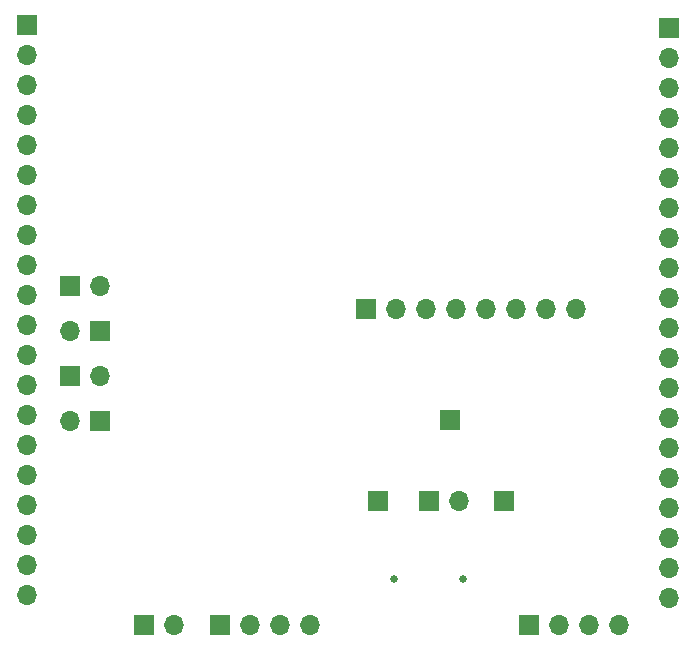
<source format=gbr>
%TF.GenerationSoftware,KiCad,Pcbnew,(5.1.9)-1*%
%TF.CreationDate,2021-03-31T16:36:21-07:00*%
%TF.ProjectId,esp32_sensor,65737033-325f-4736-956e-736f722e6b69,v0.0.3c*%
%TF.SameCoordinates,Original*%
%TF.FileFunction,Soldermask,Bot*%
%TF.FilePolarity,Negative*%
%FSLAX46Y46*%
G04 Gerber Fmt 4.6, Leading zero omitted, Abs format (unit mm)*
G04 Created by KiCad (PCBNEW (5.1.9)-1) date 2021-03-31 16:36:21*
%MOMM*%
%LPD*%
G01*
G04 APERTURE LIST*
%ADD10O,1.700000X1.700000*%
%ADD11R,1.700000X1.700000*%
%ADD12C,0.650000*%
G04 APERTURE END LIST*
D10*
%TO.C,J_PW_2*%
X97536000Y-127127000D03*
D11*
X94996000Y-127127000D03*
%TD*%
D10*
%TO.C,J_7*%
X88773000Y-109855000D03*
D11*
X91313000Y-109855000D03*
%TD*%
D10*
%TO.C,J_6*%
X91313000Y-106045000D03*
D11*
X88773000Y-106045000D03*
%TD*%
D10*
%TO.C,J_5*%
X88773000Y-102235000D03*
D11*
X91313000Y-102235000D03*
%TD*%
D10*
%TO.C,J_4*%
X91313000Y-98425000D03*
D11*
X88773000Y-98425000D03*
%TD*%
D10*
%TO.C,J_3*%
X131572000Y-100330000D03*
X129032000Y-100330000D03*
X126492000Y-100330000D03*
X123952000Y-100330000D03*
X121412000Y-100330000D03*
X118872000Y-100330000D03*
X116332000Y-100330000D03*
D11*
X113792000Y-100330000D03*
%TD*%
D10*
%TO.C,J_2*%
X139446000Y-124841000D03*
X139446000Y-122301000D03*
X139446000Y-119761000D03*
X139446000Y-117221000D03*
X139446000Y-114681000D03*
X139446000Y-112141000D03*
X139446000Y-109601000D03*
X139446000Y-107061000D03*
X139446000Y-104521000D03*
X139446000Y-101981000D03*
X139446000Y-99441000D03*
X139446000Y-96901000D03*
X139446000Y-94361000D03*
X139446000Y-91821000D03*
X139446000Y-89281000D03*
X139446000Y-86741000D03*
X139446000Y-84201000D03*
X139446000Y-81661000D03*
X139446000Y-79121000D03*
D11*
X139446000Y-76581000D03*
%TD*%
D10*
%TO.C,J_1*%
X85090000Y-124587000D03*
X85090000Y-122047000D03*
X85090000Y-119507000D03*
X85090000Y-116967000D03*
X85090000Y-114427000D03*
X85090000Y-111887000D03*
X85090000Y-109347000D03*
X85090000Y-106807000D03*
X85090000Y-104267000D03*
X85090000Y-101727000D03*
X85090000Y-99187000D03*
X85090000Y-96647000D03*
X85090000Y-94107000D03*
X85090000Y-91567000D03*
X85090000Y-89027000D03*
X85090000Y-86487000D03*
X85090000Y-83947000D03*
X85090000Y-81407000D03*
X85090000Y-78867000D03*
D11*
X85090000Y-76327000D03*
%TD*%
%TO.C,J_PW_3*%
X120904000Y-109728000D03*
%TD*%
D10*
%TO.C,J_PW_1*%
X121666000Y-116586000D03*
D11*
X119126000Y-116586000D03*
%TD*%
%TO.C,J_CN_4*%
X114808000Y-116586000D03*
%TD*%
%TO.C,J_CN_3*%
X125476000Y-116586000D03*
%TD*%
D10*
%TO.C,J_CN_2*%
X109093000Y-127127000D03*
X106553000Y-127127000D03*
X104013000Y-127127000D03*
D11*
X101473000Y-127127000D03*
%TD*%
D10*
%TO.C,J_CN_1*%
X135255000Y-127127000D03*
X132715000Y-127127000D03*
X130175000Y-127127000D03*
D11*
X127635000Y-127127000D03*
%TD*%
D12*
%TO.C,U_CN_1*%
X116236000Y-123190000D03*
X122016000Y-123190000D03*
%TD*%
M02*

</source>
